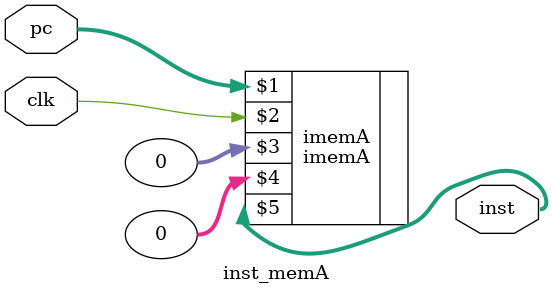
<source format=sv>
module inst_memA( input logic clk,
                 input logic [15:0]  pc,
                 output logic [15:0] inst );
   
   imemA imemA( pc, clk, 0, 0, inst );
   
endmodule

</source>
